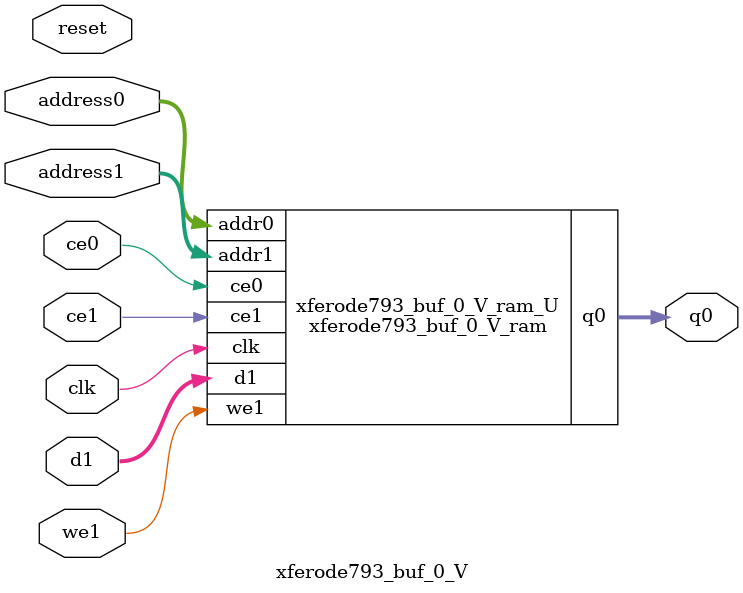
<source format=v>
`timescale 1 ns / 1 ps
module xferode793_buf_0_V_ram (addr0, ce0, q0, addr1, ce1, d1, we1,  clk);

parameter DWIDTH = 8;
parameter AWIDTH = 9;
parameter MEM_SIZE = 320;

input[AWIDTH-1:0] addr0;
input ce0;
output reg[DWIDTH-1:0] q0;
input[AWIDTH-1:0] addr1;
input ce1;
input[DWIDTH-1:0] d1;
input we1;
input clk;

(* ram_style = "block" *)reg [DWIDTH-1:0] ram[0:MEM_SIZE-1];




always @(posedge clk)  
begin 
    if (ce0) begin
        q0 <= ram[addr0];
    end
end


always @(posedge clk)  
begin 
    if (ce1) begin
        if (we1) 
            ram[addr1] <= d1; 
    end
end


endmodule

`timescale 1 ns / 1 ps
module xferode793_buf_0_V(
    reset,
    clk,
    address0,
    ce0,
    q0,
    address1,
    ce1,
    we1,
    d1);

parameter DataWidth = 32'd8;
parameter AddressRange = 32'd320;
parameter AddressWidth = 32'd9;
input reset;
input clk;
input[AddressWidth - 1:0] address0;
input ce0;
output[DataWidth - 1:0] q0;
input[AddressWidth - 1:0] address1;
input ce1;
input we1;
input[DataWidth - 1:0] d1;



xferode793_buf_0_V_ram xferode793_buf_0_V_ram_U(
    .clk( clk ),
    .addr0( address0 ),
    .ce0( ce0 ),
    .q0( q0 ),
    .addr1( address1 ),
    .ce1( ce1 ),
    .we1( we1 ),
    .d1( d1 ));

endmodule


</source>
